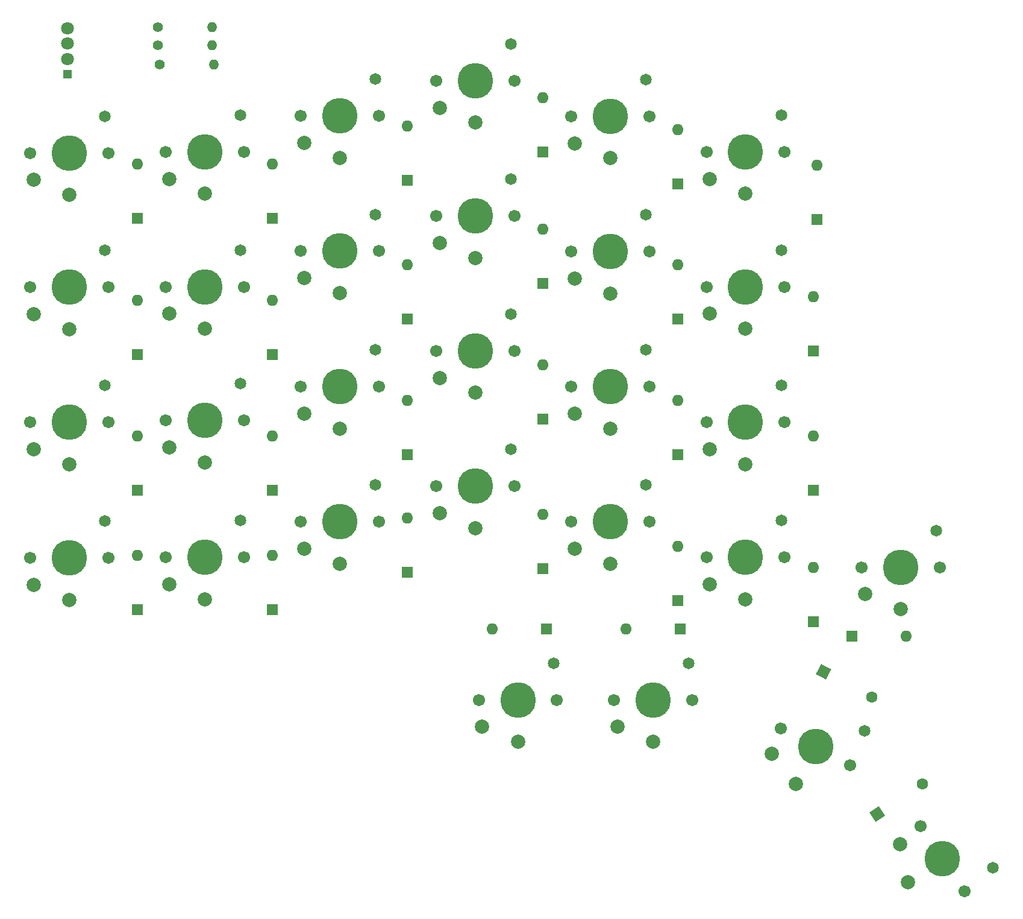
<source format=gbr>
%TF.GenerationSoftware,KiCad,Pcbnew,9.0.1*%
%TF.CreationDate,2025-07-05T21:54:22+02:00*%
%TF.ProjectId,LQS-keyboard,4c51532d-6b65-4796-926f-6172642e6b69,rev?*%
%TF.SameCoordinates,Original*%
%TF.FileFunction,Soldermask,Bot*%
%TF.FilePolarity,Negative*%
%FSLAX46Y46*%
G04 Gerber Fmt 4.6, Leading zero omitted, Abs format (unit mm)*
G04 Created by KiCad (PCBNEW 9.0.1) date 2025-07-05 21:54:22*
%MOMM*%
%LPD*%
G01*
G04 APERTURE LIST*
G04 Aperture macros list*
%AMHorizOval*
0 Thick line with rounded ends*
0 $1 width*
0 $2 $3 position (X,Y) of the first rounded end (center of the circle)*
0 $4 $5 position (X,Y) of the second rounded end (center of the circle)*
0 Add line between two ends*
20,1,$1,$2,$3,$4,$5,0*
0 Add two circle primitives to create the rounded ends*
1,1,$1,$2,$3*
1,1,$1,$4,$5*%
%AMRotRect*
0 Rectangle, with rotation*
0 The origin of the aperture is its center*
0 $1 length*
0 $2 width*
0 $3 Rotation angle, in degrees counterclockwise*
0 Add horizontal line*
21,1,$1,$2,0,0,$3*%
G04 Aperture macros list end*
%ADD10R,1.300000X1.300000*%
%ADD11C,1.800000*%
%ADD12RotRect,1.600000X1.600000X332.000000*%
%ADD13HorizOval,1.600000X0.000000X0.000000X0.000000X0.000000X0*%
%ADD14C,1.701800*%
%ADD15C,5.000000*%
%ADD16C,1.650000*%
%ADD17C,2.000000*%
%ADD18R,1.600000X1.600000*%
%ADD19O,1.600000X1.600000*%
%ADD20C,1.400000*%
%ADD21O,1.400000X1.400000*%
%ADD22RotRect,1.600000X1.600000X34.000000*%
%ADD23HorizOval,1.600000X0.000000X0.000000X0.000000X0.000000X0*%
G04 APERTURE END LIST*
D10*
%TO.C,D30*%
X62750000Y-33613000D03*
D11*
X62750000Y-31454000D03*
X62750000Y-29295000D03*
X62750000Y-27136000D03*
%TD*%
D12*
%TO.C,D28*%
X169000000Y-117500000D03*
D13*
X175728061Y-121077373D03*
%TD*%
D14*
%TO.C,SW19*%
X57500000Y-101500000D03*
D15*
X63000000Y-101500000D03*
D16*
X68000000Y-96350000D03*
D14*
X68500000Y-101500000D03*
D17*
X63000000Y-107400000D03*
X58000000Y-105300000D03*
%TD*%
D18*
%TO.C,D18*%
X167500000Y-92000000D03*
D19*
X167500000Y-84380000D03*
%TD*%
D14*
%TO.C,SW22*%
X114500001Y-91442194D03*
D15*
X120000001Y-91442194D03*
D16*
X125000001Y-86292194D03*
D14*
X125500001Y-91442194D03*
D17*
X120000001Y-97342194D03*
X115000001Y-95242194D03*
%TD*%
D18*
%TO.C,D8*%
X91500000Y-73000000D03*
D19*
X91500000Y-65380000D03*
%TD*%
D18*
%TO.C,D23*%
X148500000Y-107500000D03*
D19*
X148500000Y-99880000D03*
%TD*%
D14*
%TO.C,SW6*%
X152500000Y-44500000D03*
D15*
X158000000Y-44500000D03*
D16*
X163000000Y-39350000D03*
D14*
X163500000Y-44500000D03*
D17*
X158000000Y-50400000D03*
X153000000Y-48300000D03*
%TD*%
D18*
%TO.C,D1*%
X72500000Y-53809999D03*
D19*
X72500000Y-46189999D03*
%TD*%
D20*
%TO.C,R1*%
X75630000Y-32250000D03*
D21*
X83250000Y-32250000D03*
%TD*%
D14*
%TO.C,SW9*%
X95500001Y-58442194D03*
D15*
X101000001Y-58442194D03*
D16*
X106000001Y-53292194D03*
D14*
X106500001Y-58442194D03*
D17*
X101000001Y-64342194D03*
X96000001Y-62242194D03*
%TD*%
D14*
%TO.C,SW16*%
X114500001Y-72442194D03*
D15*
X120000001Y-72442194D03*
D16*
X125000001Y-67292194D03*
D14*
X125500001Y-72442194D03*
D17*
X120000001Y-78342194D03*
X115000001Y-76242194D03*
%TD*%
D14*
%TO.C,SW14*%
X76500000Y-82200000D03*
D15*
X82000000Y-82200000D03*
D16*
X87000000Y-77050000D03*
D14*
X87500000Y-82200000D03*
D17*
X82000000Y-88100000D03*
X77000000Y-86000000D03*
%TD*%
D14*
%TO.C,SW25*%
X174281626Y-102817528D03*
D15*
X179781626Y-102817528D03*
D16*
X184781626Y-97667528D03*
D14*
X185281626Y-102817528D03*
D17*
X179781626Y-108717528D03*
X174781626Y-106617528D03*
%TD*%
D18*
%TO.C,D3*%
X110500000Y-48500000D03*
D19*
X110500000Y-40880000D03*
%TD*%
D18*
%TO.C,D2*%
X91500000Y-53810000D03*
D19*
X91500000Y-46190000D03*
%TD*%
D14*
%TO.C,SW26*%
X120500001Y-121442194D03*
D15*
X126000001Y-121442194D03*
D16*
X131000001Y-116292194D03*
D14*
X131500001Y-121442194D03*
D17*
X126000001Y-127342194D03*
X121000001Y-125242194D03*
%TD*%
D18*
%TO.C,D10*%
X129500000Y-63000000D03*
D19*
X129500000Y-55380000D03*
%TD*%
D14*
%TO.C,SW8*%
X76500001Y-63442194D03*
D15*
X82000001Y-63442194D03*
D16*
X87000001Y-58292194D03*
D14*
X87500001Y-63442194D03*
D17*
X82000001Y-69342194D03*
X77000001Y-67242194D03*
%TD*%
D20*
%TO.C,R2*%
X75380000Y-29500000D03*
D21*
X83000000Y-29500000D03*
%TD*%
D14*
%TO.C,SW20*%
X76500001Y-101442194D03*
D15*
X82000001Y-101442194D03*
D16*
X87000001Y-96292194D03*
D14*
X87500001Y-101442194D03*
D17*
X82000001Y-107342194D03*
X77000001Y-105242194D03*
%TD*%
D18*
%TO.C,D13*%
X72500000Y-92000000D03*
D19*
X72500000Y-84380000D03*
%TD*%
D14*
%TO.C,SW13*%
X57500001Y-82442194D03*
D15*
X63000001Y-82442194D03*
D16*
X68000001Y-77292194D03*
D14*
X68500001Y-82442194D03*
D17*
X63000001Y-88342194D03*
X58000001Y-86242194D03*
%TD*%
D18*
%TO.C,D11*%
X148500000Y-68000000D03*
D19*
X148500000Y-60380000D03*
%TD*%
D18*
%TO.C,D5*%
X148500000Y-49000000D03*
D19*
X148500000Y-41380000D03*
%TD*%
D18*
%TO.C,D25*%
X172940000Y-112500000D03*
D19*
X180560000Y-112500000D03*
%TD*%
D14*
%TO.C,SW28*%
X162993667Y-125429863D03*
D15*
X167849879Y-128011957D03*
D16*
X174682396Y-125812135D03*
D14*
X172706091Y-130594051D03*
D17*
X165079997Y-133221348D03*
X161651149Y-129019800D03*
%TD*%
D14*
%TO.C,SW4*%
X114500000Y-34500000D03*
D15*
X120000000Y-34500000D03*
D16*
X125000000Y-29350000D03*
D14*
X125500000Y-34500000D03*
D17*
X120000000Y-40400000D03*
X115000000Y-38300000D03*
%TD*%
D14*
%TO.C,SW1*%
X57500000Y-44650000D03*
D15*
X63000000Y-44650000D03*
D16*
X68000000Y-39500000D03*
D14*
X68500000Y-44650000D03*
D17*
X63000000Y-50550000D03*
X58000000Y-48450000D03*
%TD*%
D14*
%TO.C,SW17*%
X133500001Y-77442194D03*
D15*
X139000001Y-77442194D03*
D16*
X144000001Y-72292194D03*
D14*
X144500001Y-77442194D03*
D17*
X139000001Y-83342194D03*
X134000001Y-81242194D03*
%TD*%
D18*
%TO.C,D22*%
X129500000Y-103000000D03*
D19*
X129500000Y-95380000D03*
%TD*%
D14*
%TO.C,SW3*%
X95500001Y-39442194D03*
D15*
X101000001Y-39442194D03*
D16*
X106000001Y-34292194D03*
D14*
X106500001Y-39442194D03*
D17*
X101000001Y-45342194D03*
X96000001Y-43242194D03*
%TD*%
D14*
%TO.C,SW27*%
X139500001Y-121442194D03*
D15*
X145000001Y-121442194D03*
D16*
X150000001Y-116292194D03*
D14*
X150500001Y-121442194D03*
D17*
X145000001Y-127342194D03*
X140000001Y-125242194D03*
%TD*%
D18*
%TO.C,D17*%
X148500000Y-87000000D03*
D19*
X148500000Y-79380000D03*
%TD*%
D18*
%TO.C,D6*%
X168000000Y-54000000D03*
D19*
X168000000Y-46380000D03*
%TD*%
D18*
%TO.C,D19*%
X72500000Y-108810000D03*
D19*
X72500000Y-101190000D03*
%TD*%
D18*
%TO.C,D16*%
X129500000Y-82000000D03*
D19*
X129500000Y-74380000D03*
%TD*%
D18*
%TO.C,D27*%
X148810000Y-111500000D03*
D19*
X141190000Y-111500000D03*
%TD*%
D18*
%TO.C,D4*%
X129500000Y-44500000D03*
D19*
X129500000Y-36880000D03*
%TD*%
D14*
%TO.C,SW2*%
X76500000Y-44500000D03*
D15*
X82000000Y-44500000D03*
D16*
X87000000Y-39350000D03*
D14*
X87500000Y-44500000D03*
D17*
X82000000Y-50400000D03*
X77000000Y-48300000D03*
%TD*%
D22*
%TO.C,D29*%
X176500000Y-137500000D03*
D23*
X182817266Y-133238950D03*
%TD*%
D14*
%TO.C,SW12*%
X152500001Y-63442194D03*
D15*
X158000001Y-63442194D03*
D16*
X163000001Y-58292194D03*
D14*
X163500001Y-63442194D03*
D17*
X158000001Y-69342194D03*
X153000001Y-67242194D03*
%TD*%
D18*
%TO.C,D9*%
X110500000Y-68000000D03*
D19*
X110500000Y-60380000D03*
%TD*%
D14*
%TO.C,SW5*%
X133500000Y-39500000D03*
D15*
X139000000Y-39500000D03*
D16*
X144000000Y-34350000D03*
D14*
X144500000Y-39500000D03*
D17*
X139000000Y-45400000D03*
X134000000Y-43300000D03*
%TD*%
D18*
%TO.C,D12*%
X167500000Y-72500000D03*
D19*
X167500000Y-64880000D03*
%TD*%
D18*
%TO.C,D14*%
X91500000Y-92000000D03*
D19*
X91500000Y-84380000D03*
%TD*%
D18*
%TO.C,D7*%
X72500000Y-73000000D03*
D19*
X72500000Y-65380000D03*
%TD*%
D14*
%TO.C,SW18*%
X152500001Y-82442194D03*
D15*
X158000001Y-82442194D03*
D16*
X163000001Y-77292194D03*
D14*
X163500001Y-82442194D03*
D17*
X158000001Y-88342194D03*
X153000001Y-86242194D03*
%TD*%
D14*
%TO.C,SW11*%
X133500000Y-58500000D03*
D15*
X139000000Y-58500000D03*
D16*
X144000000Y-53350000D03*
D14*
X144500000Y-58500000D03*
D17*
X139000000Y-64400000D03*
X134000000Y-62300000D03*
%TD*%
D14*
%TO.C,SW10*%
X114500000Y-53500000D03*
D15*
X120000000Y-53500000D03*
D16*
X125000000Y-48350000D03*
D14*
X125500000Y-53500000D03*
D17*
X120000000Y-59400000D03*
X115000000Y-57300000D03*
%TD*%
D14*
%TO.C,SW23*%
X133500001Y-96442194D03*
D15*
X139000001Y-96442194D03*
D16*
X144000001Y-91292194D03*
D14*
X144500001Y-96442194D03*
D17*
X139000001Y-102342194D03*
X134000001Y-100242194D03*
%TD*%
D18*
%TO.C,D21*%
X110500000Y-103500000D03*
D19*
X110500000Y-95880000D03*
%TD*%
D14*
%TO.C,SW15*%
X95500001Y-77442194D03*
D15*
X101000001Y-77442194D03*
D16*
X106000001Y-72292194D03*
D14*
X106500001Y-77442194D03*
D17*
X101000001Y-83342194D03*
X96000001Y-81242194D03*
%TD*%
D14*
%TO.C,SW21*%
X95500001Y-96442194D03*
D15*
X101000001Y-96442194D03*
D16*
X106000001Y-91292194D03*
D14*
X106500001Y-96442194D03*
D17*
X101000001Y-102342194D03*
X96000001Y-100242194D03*
%TD*%
D14*
%TO.C,SW29*%
X182593695Y-139171350D03*
D15*
X185669256Y-143731057D03*
D16*
X192734764Y-144996401D03*
D14*
X188744817Y-148290764D03*
D17*
X180777934Y-147030295D03*
X179722949Y-141710802D03*
%TD*%
D14*
%TO.C,SW7*%
X57500000Y-63500000D03*
D15*
X63000000Y-63500000D03*
D16*
X68000000Y-58350000D03*
D14*
X68500000Y-63500000D03*
D17*
X63000000Y-69400000D03*
X58000000Y-67300000D03*
%TD*%
D18*
%TO.C,D26*%
X130000000Y-111500000D03*
D19*
X122380000Y-111500000D03*
%TD*%
D18*
%TO.C,D24*%
X167500000Y-110500000D03*
D19*
X167500000Y-102880000D03*
%TD*%
D20*
%TO.C,R3*%
X75380000Y-27000000D03*
D21*
X83000000Y-27000000D03*
%TD*%
D18*
%TO.C,D20*%
X91500000Y-108810000D03*
D19*
X91500000Y-101190000D03*
%TD*%
D14*
%TO.C,SW24*%
X152500001Y-101442194D03*
D15*
X158000001Y-101442194D03*
D16*
X163000001Y-96292194D03*
D14*
X163500001Y-101442194D03*
D17*
X158000001Y-107342194D03*
X153000001Y-105242194D03*
%TD*%
D18*
%TO.C,D15*%
X110500000Y-87000000D03*
D19*
X110500000Y-79380000D03*
%TD*%
M02*

</source>
